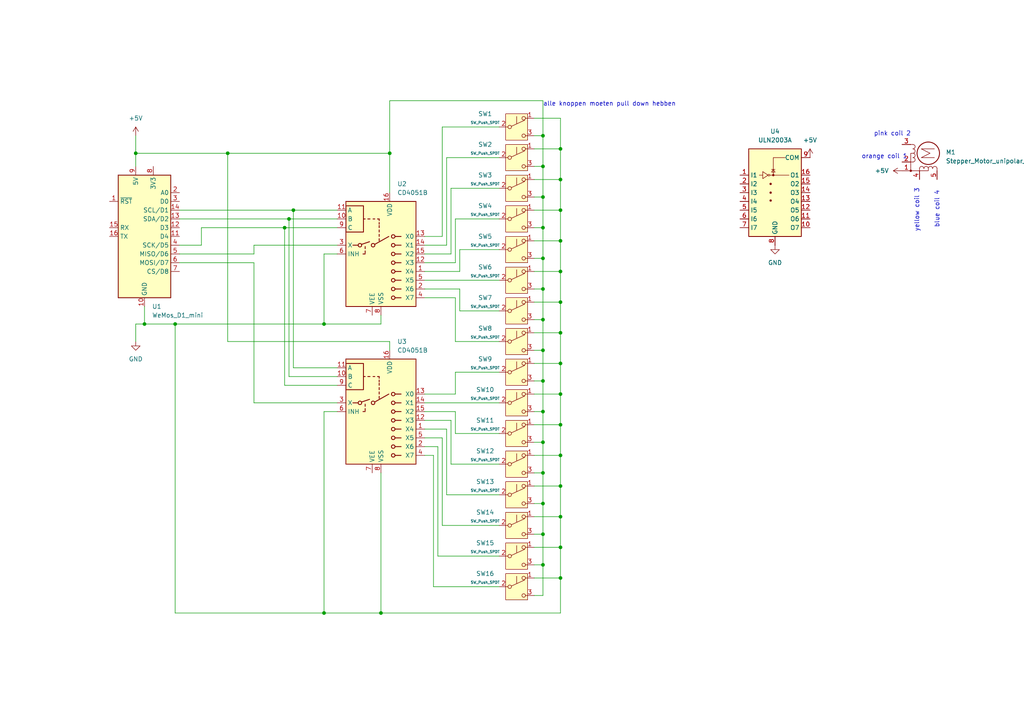
<source format=kicad_sch>
(kicad_sch (version 20231120) (generator "eeschema") (generator_version "8.0")
  (paper "A4")
  (lib_symbols
    (symbol "Analog_Switch:CD4051B"
      (property "Reference" "U" (at -10.16 16.51 0))
      (property "Value" "CD4051B" (at 3.81 16.51 0))
      (symbol "CD4051B_0_1"
        (rectangle (start -10.16 6.35) (end -5.08 13.97) (stroke (width 0.254)))
        (rectangle (start -10.16 15.24) (end 10.16 -15.24) (stroke (width 0.254)) (fill (type background)))
        (circle (center -6.096 2.54) (radius 0.508) (stroke (width 0.254)))
        (circle (center -2.286 2.54) (radius 0.508) (stroke (width 0.254)))
        (polyline (pts (xy -8.128 2.54) (xy -6.604 2.54)) (stroke (width 0.254)))
        (polyline (pts (xy -5.588 2.794) (xy -3.302 3.556)) (stroke (width 0.254)))
        (polyline (pts (xy -4.572 0) (xy -5.207 0)) (stroke (width 0.254)))
        (polyline (pts (xy -4.572 0.254) (xy -4.572 0.889)) (stroke (width 0.254)))
        (polyline (pts (xy -4.572 1.524) (xy -4.572 2.159)) (stroke (width 0.254)))
        (polyline (pts (xy -4.572 10.16) (xy -5.08 10.16)) (stroke (width 0.254)))
        (polyline (pts (xy -3.81 10.16) (xy -3.175 10.16)) (stroke (width 0.254)))
        (polyline (pts (xy -1.778 2.794) (xy 2.286 5.08)) (stroke (width 0.254)))
        (polyline (pts (xy -1.778 10.16) (xy -2.286 10.16)) (stroke (width 0.254)))
        (polyline (pts (xy -0.508 3.81) (xy -0.508 4.445)) (stroke (width 0.254)))
        (polyline (pts (xy -0.508 5.08) (xy -0.508 5.715)) (stroke (width 0.254)))
        (polyline (pts (xy -0.508 6.35) (xy -0.508 6.985)) (stroke (width 0.254)))
        (polyline (pts (xy -0.508 7.62) (xy -0.508 8.255)) (stroke (width 0.254)))
        (polyline (pts (xy -0.508 8.636) (xy -0.508 9.144)) (stroke (width 0.254)))
        (polyline (pts (xy -0.508 9.652) (xy -0.508 10.16)) (stroke (width 0.254)))
        (polyline (pts (xy -0.508 10.16) (xy -1.016 10.16)) (stroke (width 0.254)))
        (polyline (pts (xy 4.064 -12.7) (xy 5.842 -12.7)) (stroke (width 0.254)))
        (polyline (pts (xy 4.064 -10.16) (xy 5.842 -10.16)) (stroke (width 0.254)))
        (polyline (pts (xy 4.064 -7.62) (xy 5.842 -7.62)) (stroke (width 0.254)))
        (polyline (pts (xy 4.064 -5.08) (xy 5.842 -5.08)) (stroke (width 0.254)))
        (polyline (pts (xy 4.064 -2.54) (xy 5.842 -2.54)) (stroke (width 0.254)))
        (polyline (pts (xy 4.064 0) (xy 5.842 0)) (stroke (width 0.254)))
        (polyline (pts (xy 4.064 2.54) (xy 5.842 2.54)) (stroke (width 0.254)))
        (polyline (pts (xy 4.064 5.08) (xy 5.842 5.08)) (stroke (width 0.254)))
        (circle (center 3.556 -12.7) (radius 0.508) (stroke (width 0.254)))
        (circle (center 3.556 -10.16) (radius 0.508) (stroke (width 0.254)))
        (circle (center 3.556 -7.62) (radius 0.508) (stroke (width 0.254)))
        (circle (center 3.556 -5.08) (radius 0.508) (stroke (width 0.254)))
        (circle (center 3.556 -2.54) (radius 0.508) (stroke (width 0.254)))
        (circle (center 3.556 0) (radius 0.508) (stroke (width 0.254)))
        (circle (center 3.556 2.54) (radius 0.508) (stroke (width 0.254)))
        (circle (center 3.556 5.08) (radius 0.508) (stroke (width 0.254)))
      )
      (symbol "CD4051B_1_1"
        (pin bidirectional line (at 12.7 -5.08 180) (length 2.54) (name "X4") (number "1"))
        (pin input line (at -12.7 10.16 0) (length 2.54) (name "B") (number "10"))
        (pin input line (at -12.7 12.7 0) (length 2.54) (name "A") (number "11"))
        (pin bidirectional line (at 12.7 -2.54 180) (length 2.54) (name "X3") (number "12"))
        (pin bidirectional line (at 12.7 5.08 180) (length 2.54) (name "X0") (number "13"))
        (pin bidirectional line (at 12.7 2.54 180) (length 2.54) (name "X1") (number "14"))
        (pin bidirectional line (at 12.7 0 180) (length 2.54) (name "X2") (number "15"))
        (pin power_in line (at 2.54 17.78 270) (length 2.54) (name "VDD") (number "16"))
        (pin bidirectional line (at 12.7 -10.16 180) (length 2.54) (name "X6") (number "2"))
        (pin bidirectional line (at -12.7 2.54 0) (length 2.54) (name "X") (number "3"))
        (pin bidirectional line (at 12.7 -12.7 180) (length 2.54) (name "X7") (number "4"))
        (pin bidirectional line (at 12.7 -7.62 180) (length 2.54) (name "X5") (number "5"))
        (pin input line (at -12.7 0 0) (length 2.54) (name "INH") (number "6"))
        (pin power_in line (at -2.54 -17.78 90) (length 2.54) (name "VEE") (number "7"))
        (pin power_in line (at 0 -17.78 90) (length 2.54) (name "VSS") (number "8"))
        (pin input line (at -12.7 7.62 0) (length 2.54) (name "C") (number "9"))
      )
    )
    (symbol "MCU_Module:WeMos_D1_mini"
      (property "Reference" "U" (at 3.81 19.05 0))
      (property "Value" "WeMos_D1_mini" (at 1.27 -19.05 0))
      (symbol "WeMos_D1_mini_1_1"
        (rectangle (start -7.62 17.78) (end 7.62 -17.78) (stroke (width 0.254)) (fill (type background)))
        (pin input line (at -10.16 10.16 0) (length 2.54) (name "~{RST}") (number "1"))
        (pin power_in line (at 0 -20.32 90) (length 2.54) (name "GND") (number "10"))
        (pin bidirectional line (at 10.16 0 180) (length 2.54) (name "D4") (number "11"))
        (pin bidirectional line (at 10.16 2.54 180) (length 2.54) (name "D3") (number "12"))
        (pin bidirectional line (at 10.16 5.08 180) (length 2.54) (name "SDA/D2") (number "13"))
        (pin bidirectional line (at 10.16 7.62 180) (length 2.54) (name "SCL/D1") (number "14"))
        (pin input line (at -10.16 2.54 0) (length 2.54) (name "RX") (number "15"))
        (pin output line (at -10.16 0 0) (length 2.54) (name "TX") (number "16"))
        (pin input line (at 10.16 12.7 180) (length 2.54) (name "A0") (number "2"))
        (pin bidirectional line (at 10.16 10.16 180) (length 2.54) (name "D0") (number "3"))
        (pin bidirectional line (at 10.16 -2.54 180) (length 2.54) (name "SCK/D5") (number "4"))
        (pin bidirectional line (at 10.16 -5.08 180) (length 2.54) (name "MISO/D6") (number "5"))
        (pin bidirectional line (at 10.16 -7.62 180) (length 2.54) (name "MOSI/D7") (number "6"))
        (pin bidirectional line (at 10.16 -10.16 180) (length 2.54) (name "CS/D8") (number "7"))
        (pin power_out line (at 2.54 20.32 270) (length 2.54) (name "3V3") (number "8"))
        (pin power_in line (at -2.54 20.32 270) (length 2.54) (name "5V") (number "9"))
      )
    )
    (symbol "Motor:Stepper_Motor_unipolar_5pin" (pin_names (offset 0) hide)
      (property "Reference" "M" (at 3.81 2.54 0))
      (property "Value" "Stepper_Motor_unipolar_5pin" (at 3.81 1.27 0))
      (symbol "Stepper_Motor_unipolar_5pin_0_0"
        (polyline (pts (xy -1.27 -1.778) (xy -1.27 2.032) (xy 0 -0.508) (xy 1.27 2.032) (xy 1.27 -1.778)))
      )
      (symbol "Stepper_Motor_unipolar_5pin_0_1"
        (circle (center -5.08 5.08) (radius 0.0001) (fill (type outline)))
        (circle (center -5.08 5.08) (radius 0.254) (fill (type outline)))
        (arc (start -4.445 -2.54) (mid -3.8127 -1.905) (end -4.445 -1.27))
        (arc (start -4.445 -1.27) (mid -3.8127 -0.635) (end -4.445 0))
        (arc (start -4.445 0) (mid -3.8127 0.635) (end -4.445 1.27))
        (arc (start -4.445 1.27) (mid -3.8127 1.905) (end -4.445 2.54))
        (arc (start -2.54 4.445) (mid -1.905 3.8127) (end -1.27 4.445))
        (arc (start -1.27 4.445) (mid -0.635 3.8127) (end 0 4.445))
        (polyline (pts (xy -5.08 -2.54) (xy -4.445 -2.54)))
        (polyline (pts (xy -5.08 2.54) (xy -4.445 2.54)))
        (polyline (pts (xy -2.54 4.445) (xy -2.54 5.08)))
        (polyline (pts (xy 2.54 4.445) (xy 2.54 5.08)))
        (polyline (pts (xy -5.08 5.08) (xy -5.08 0) (xy -4.445 0)))
        (polyline (pts (xy 0 4.445) (xy 0 5.08) (xy -5.08 5.08)))
        (circle (center 0 0) (radius 3.2512) (stroke (width 0.254)))
        (arc (start 0 4.445) (mid 0.635 3.8127) (end 1.27 4.445))
        (arc (start 1.27 4.445) (mid 1.905 3.8127) (end 2.54 4.445))
      )
      (symbol "Stepper_Motor_unipolar_5pin_1_1"
        (pin passive line (at -5.08 7.62 270) (length 2.54) (name "~") (number "1"))
        (pin passive line (at -2.54 7.62 270) (length 2.54) (name "~") (number "2"))
        (pin passive line (at 2.54 7.62 270) (length 2.54) (name "-") (number "3"))
        (pin passive line (at -7.62 2.54 0) (length 2.54) (name "~") (number "4"))
        (pin passive line (at -7.62 -2.54 0) (length 2.54) (name "~") (number "5"))
      )
    )
    (symbol "Switch:SW_Push_SPDT" (pin_names (offset 0) hide)
      (property "Reference" "SW" (at 0 5.08 0))
      (property "Value" "SW_Push_SPDT" (at 0 -5.08 0))
      (symbol "SW_Push_SPDT_0_0"
        (circle (center -2.032 0) (radius 0.508))
        (polyline (pts (xy 0 1.016) (xy 0 3.048)))
        (circle (center 2.032 -2.54) (radius 0.508))
      )
      (symbol "SW_Push_SPDT_0_1"
        (polyline (pts (xy -1.524 0.2032) (xy 2.3368 1.9812)))
        (circle (center 2.032 2.54) (radius 0.508))
      )
      (symbol "SW_Push_SPDT_1_1"
        (rectangle (start -3.175 3.81) (end 3.175 -3.81) (fill (type background)))
        (pin passive line (at 5.08 2.54 180) (length 2.54) (name "A") (number "1"))
        (pin passive line (at -5.08 0 0) (length 2.54) (name "B") (number "2"))
        (pin passive line (at 5.08 -2.54 180) (length 2.54) (name "C") (number "3"))
      )
    )
    (symbol "Transistor_Array:ULN2003A"
      (property "Reference" "U" (at 0 15.875 0))
      (property "Value" "ULN2003A" (at 0 13.97 0))
      (symbol "ULN2003A_0_1"
        (rectangle (start -7.62 -12.7) (end 7.62 12.7) (stroke (width 0.254)) (fill (type background)))
        (circle (center -1.778 5.08) (radius 0.254))
        (circle (center -1.27 -2.286) (radius 0.254) (fill (type outline)))
        (circle (center -1.27 0) (radius 0.254) (fill (type outline)))
        (circle (center -1.27 2.54) (radius 0.254) (fill (type outline)))
        (circle (center -0.508 5.08) (radius 0.254) (fill (type outline)))
        (polyline (pts (xy -4.572 5.08) (xy -3.556 5.08)))
        (polyline (pts (xy -1.524 5.08) (xy 4.064 5.08)))
        (polyline (pts (xy 0 6.731) (xy -1.016 6.731)))
        (polyline (pts (xy -0.508 5.08) (xy -0.508 10.16) (xy 2.921 10.16)))
        (polyline (pts (xy -3.556 6.096) (xy -3.556 4.064) (xy -2.032 5.08) (xy -3.556 6.096)))
        (polyline (pts (xy 0 5.969) (xy -1.016 5.969) (xy -0.508 6.731) (xy 0 5.969)))
      )
      (symbol "ULN2003A_1_1"
        (pin input line (at -10.16 5.08 0) (length 2.54) (name "I1") (number "1"))
        (pin open_collector line (at 10.16 -10.16 180) (length 2.54) (name "O7") (number "10"))
        (pin open_collector line (at 10.16 -7.62 180) (length 2.54) (name "O6") (number "11"))
        (pin open_collector line (at 10.16 -5.08 180) (length 2.54) (name "O5") (number "12"))
        (pin open_collector line (at 10.16 -2.54 180) (length 2.54) (name "O4") (number "13"))
        (pin open_collector line (at 10.16 0 180) (length 2.54) (name "O3") (number "14"))
        (pin open_collector line (at 10.16 2.54 180) (length 2.54) (name "O2") (number "15"))
        (pin open_collector line (at 10.16 5.08 180) (length 2.54) (name "O1") (number "16"))
        (pin input line (at -10.16 2.54 0) (length 2.54) (name "I2") (number "2"))
        (pin input line (at -10.16 0 0) (length 2.54) (name "I3") (number "3"))
        (pin input line (at -10.16 -2.54 0) (length 2.54) (name "I4") (number "4"))
        (pin input line (at -10.16 -5.08 0) (length 2.54) (name "I5") (number "5"))
        (pin input line (at -10.16 -7.62 0) (length 2.54) (name "I6") (number "6"))
        (pin input line (at -10.16 -10.16 0) (length 2.54) (name "I7") (number "7"))
        (pin power_in line (at 0 -15.24 90) (length 2.54) (name "GND") (number "8"))
        (pin passive line (at 10.16 10.16 180) (length 2.54) (name "COM") (number "9"))
      )
    )
    (symbol "power:+5V" (power) (pin_numbers hide) (pin_names (offset 0) hide)
      (property "Value" "+5V" (at 0 3.556 0))
      (symbol "+5V_0_1"
        (polyline (pts (xy -0.762 1.27) (xy 0 2.54)))
        (polyline (pts (xy 0 0) (xy 0 2.54)))
        (polyline (pts (xy 0 2.54) (xy 0.762 1.27)))
      )
      (symbol "+5V_1_1"
        (pin power_in line (at 0 0 90) (length 0) (name "~") (number "1"))
      )
    )
    (symbol "power:GND" (power) (pin_numbers hide) (pin_names (offset 0) hide)
      (property "Value" "GND" (at 0 -3.81 0))
      (symbol "GND_0_1"
        (polyline (pts (xy 0 0) (xy 0 -1.27) (xy 1.27 -1.27) (xy 0 -2.54) (xy -1.27 -1.27) (xy 0 -1.27)))
      )
      (symbol "GND_1_1"
        (pin power_in line (at 0 0 270) (length 0) (name "~") (number "1"))
      )
    )
  )
  (junction (at 157.48 137.16))
  (junction (at 66.04 44.45))
  (junction (at 162.56 167.64))
  (junction (at 157.48 74.93))
  (junction (at 162.56 69.85))
  (junction (at 157.48 57.15))
  (junction (at 50.8 93.98))
  (junction (at 162.56 123.19))
  (junction (at 39.37 44.45))
  (junction (at 157.48 119.38))
  (junction (at 162.56 105.41))
  (junction (at 157.48 110.49))
  (junction (at 157.48 83.82))
  (junction (at 110.49 177.8))
  (junction (at 157.48 48.26))
  (junction (at 83.82 63.5))
  (junction (at 162.56 158.75))
  (junction (at 82.55 66.04))
  (junction (at 93.98 93.98))
  (junction (at 162.56 114.3))
  (junction (at 85.09 60.96))
  (junction (at 162.56 87.63))
  (junction (at 157.48 66.04))
  (junction (at 93.98 177.8))
  (junction (at 157.48 101.6))
  (junction (at 157.48 39.37))
  (junction (at 162.56 140.97))
  (junction (at 162.56 43.18))
  (junction (at 113.03 44.45))
  (junction (at 162.56 52.07))
  (junction (at 162.56 60.96))
  (junction (at 157.48 154.94))
  (junction (at 162.56 149.86))
  (junction (at 162.56 78.74))
  (junction (at 157.48 163.83))
  (junction (at 157.48 128.27))
  (junction (at 41.91 93.98))
  (junction (at 157.48 146.05))
  (junction (at 162.56 132.08))
  (junction (at 157.48 92.71))
  (junction (at 162.56 96.52))
  (wire (pts (xy 123.19 121.92) (xy 130.81 121.92)))
  (wire (pts (xy 162.56 78.74) (xy 162.56 87.63)))
  (wire (pts (xy 162.56 60.96) (xy 162.56 69.85)))
  (wire (pts (xy 123.19 78.74) (xy 133.35 78.74)))
  (wire (pts (xy 162.56 114.3) (xy 162.56 123.19)))
  (wire (pts (xy 157.48 39.37) (xy 157.48 48.26)))
  (wire (pts (xy 154.94 48.26) (xy 157.48 48.26)))
  (wire (pts (xy 154.94 34.29) (xy 162.56 34.29)))
  (wire (pts (xy 157.48 137.16) (xy 157.48 146.05)))
  (wire (pts (xy 128.27 36.83) (xy 144.78 36.83)))
  (wire (pts (xy 129.54 124.46) (xy 129.54 143.51)))
  (wire (pts (xy 129.54 71.12) (xy 129.54 45.72)))
  (wire (pts (xy 123.19 86.36) (xy 132.08 86.36)))
  (wire (pts (xy 154.94 87.63) (xy 162.56 87.63)))
  (wire (pts (xy 154.94 60.96) (xy 162.56 60.96)))
  (wire (pts (xy 41.91 93.98) (xy 50.8 93.98)))
  (wire (pts (xy 154.94 154.94) (xy 157.48 154.94)))
  (wire (pts (xy 157.48 29.21) (xy 157.48 39.37)))
  (wire (pts (xy 123.19 76.2) (xy 132.08 76.2)))
  (wire (pts (xy 157.48 119.38) (xy 157.48 128.27)))
  (wire (pts (xy 123.19 132.08) (xy 125.73 132.08)))
  (wire (pts (xy 154.94 172.72) (xy 157.48 172.72)))
  (wire (pts (xy 154.94 158.75) (xy 162.56 158.75)))
  (wire (pts (xy 130.81 54.61) (xy 144.78 54.61)))
  (wire (pts (xy 123.19 81.28) (xy 144.78 81.28)))
  (wire (pts (xy 154.94 114.3) (xy 162.56 114.3)))
  (wire (pts (xy 73.66 71.12) (xy 73.66 73.66)))
  (wire (pts (xy 50.8 93.98) (xy 93.98 93.98)))
  (wire (pts (xy 154.94 74.93) (xy 157.48 74.93)))
  (wire (pts (xy 144.78 143.51) (xy 129.54 143.51)))
  (wire (pts (xy 123.19 119.38) (xy 132.08 119.38)))
  (wire (pts (xy 132.08 63.5) (xy 144.78 63.5)))
  (wire (pts (xy 39.37 44.45) (xy 39.37 48.26)))
  (wire (pts (xy 123.19 127) (xy 128.27 127)))
  (wire (pts (xy 66.04 44.45) (xy 113.03 44.45)))
  (wire (pts (xy 162.56 69.85) (xy 162.56 78.74)))
  (wire (pts (xy 157.48 48.26) (xy 157.48 57.15)))
  (wire (pts (xy 157.48 66.04) (xy 157.48 74.93)))
  (wire (pts (xy 154.94 105.41) (xy 162.56 105.41)))
  (wire (pts (xy 93.98 119.38) (xy 93.98 177.8)))
  (wire (pts (xy 83.82 63.5) (xy 83.82 109.22)))
  (wire (pts (xy 157.48 57.15) (xy 157.48 66.04)))
  (wire (pts (xy 82.55 66.04) (xy 97.79 66.04)))
  (wire (pts (xy 130.81 134.62) (xy 144.78 134.62)))
  (wire (pts (xy 128.27 152.4) (xy 144.78 152.4)))
  (wire (pts (xy 113.03 29.21) (xy 157.48 29.21)))
  (wire (pts (xy 154.94 110.49) (xy 157.48 110.49)))
  (wire (pts (xy 97.79 73.66) (xy 93.98 73.66)))
  (wire (pts (xy 157.48 110.49) (xy 157.48 119.38)))
  (wire (pts (xy 162.56 34.29) (xy 162.56 43.18)))
  (wire (pts (xy 162.56 158.75) (xy 162.56 167.64)))
  (wire (pts (xy 154.94 167.64) (xy 162.56 167.64)))
  (wire (pts (xy 127 161.29) (xy 144.78 161.29)))
  (wire (pts (xy 39.37 39.37) (xy 39.37 44.45)))
  (wire (pts (xy 154.94 78.74) (xy 162.56 78.74)))
  (wire (pts (xy 52.07 71.12) (xy 58.42 71.12)))
  (wire (pts (xy 97.79 119.38) (xy 93.98 119.38)))
  (wire (pts (xy 123.19 114.3) (xy 132.08 114.3)))
  (wire (pts (xy 93.98 177.8) (xy 110.49 177.8)))
  (wire (pts (xy 154.94 137.16) (xy 157.48 137.16)))
  (wire (pts (xy 154.94 101.6) (xy 157.48 101.6)))
  (wire (pts (xy 85.09 60.96) (xy 85.09 106.68)))
  (wire (pts (xy 66.04 99.06) (xy 113.03 99.06)))
  (wire (pts (xy 52.07 63.5) (xy 83.82 63.5)))
  (wire (pts (xy 154.94 52.07) (xy 162.56 52.07)))
  (wire (pts (xy 123.19 116.84) (xy 144.78 116.84)))
  (wire (pts (xy 58.42 66.04) (xy 82.55 66.04)))
  (wire (pts (xy 157.48 39.37) (xy 154.94 39.37)))
  (wire (pts (xy 83.82 63.5) (xy 97.79 63.5)))
  (wire (pts (xy 154.94 69.85) (xy 162.56 69.85)))
  (wire (pts (xy 110.49 93.98) (xy 110.49 91.44)))
  (wire (pts (xy 154.94 57.15) (xy 157.48 57.15)))
  (wire (pts (xy 39.37 93.98) (xy 39.37 99.06)))
  (wire (pts (xy 157.48 146.05) (xy 157.48 154.94)))
  (wire (pts (xy 162.56 87.63) (xy 162.56 96.52)))
  (wire (pts (xy 130.81 121.92) (xy 130.81 134.62)))
  (wire (pts (xy 113.03 44.45) (xy 113.03 29.21)))
  (wire (pts (xy 73.66 76.2) (xy 73.66 116.84)))
  (wire (pts (xy 132.08 107.95) (xy 144.78 107.95)))
  (wire (pts (xy 132.08 119.38) (xy 132.08 125.73)))
  (wire (pts (xy 132.08 99.06) (xy 144.78 99.06)))
  (wire (pts (xy 123.19 129.54) (xy 127 129.54)))
  (wire (pts (xy 73.66 116.84) (xy 97.79 116.84)))
  (wire (pts (xy 157.48 74.93) (xy 157.48 83.82)))
  (wire (pts (xy 154.94 149.86) (xy 162.56 149.86)))
  (wire (pts (xy 41.91 88.9) (xy 41.91 93.98)))
  (wire (pts (xy 154.94 123.19) (xy 162.56 123.19)))
  (wire (pts (xy 132.08 76.2) (xy 132.08 63.5)))
  (wire (pts (xy 132.08 114.3) (xy 132.08 107.95)))
  (wire (pts (xy 133.35 83.82) (xy 133.35 90.17)))
  (wire (pts (xy 154.94 163.83) (xy 157.48 163.83)))
  (wire (pts (xy 125.73 170.18) (xy 144.78 170.18)))
  (wire (pts (xy 39.37 44.45) (xy 66.04 44.45)))
  (wire (pts (xy 97.79 109.22) (xy 83.82 109.22)))
  (wire (pts (xy 157.48 154.94) (xy 157.48 163.83)))
  (wire (pts (xy 132.08 86.36) (xy 132.08 99.06)))
  (wire (pts (xy 157.48 101.6) (xy 157.48 110.49)))
  (wire (pts (xy 157.48 83.82) (xy 157.48 92.71)))
  (wire (pts (xy 93.98 73.66) (xy 93.98 93.98)))
  (wire (pts (xy 154.94 43.18) (xy 162.56 43.18)))
  (wire (pts (xy 154.94 119.38) (xy 157.48 119.38)))
  (wire (pts (xy 162.56 96.52) (xy 162.56 105.41)))
  (wire (pts (xy 129.54 45.72) (xy 144.78 45.72)))
  (wire (pts (xy 52.07 76.2) (xy 73.66 76.2)))
  (wire (pts (xy 157.48 128.27) (xy 157.48 137.16)))
  (wire (pts (xy 162.56 140.97) (xy 162.56 149.86)))
  (wire (pts (xy 73.66 71.12) (xy 97.79 71.12)))
  (wire (pts (xy 162.56 52.07) (xy 162.56 60.96)))
  (wire (pts (xy 154.94 140.97) (xy 162.56 140.97)))
  (wire (pts (xy 123.19 124.46) (xy 129.54 124.46)))
  (wire (pts (xy 110.49 177.8) (xy 162.56 177.8)))
  (wire (pts (xy 154.94 96.52) (xy 162.56 96.52)))
  (wire (pts (xy 128.27 127) (xy 128.27 152.4)))
  (wire (pts (xy 154.94 128.27) (xy 157.48 128.27)))
  (wire (pts (xy 97.79 106.68) (xy 85.09 106.68)))
  (wire (pts (xy 66.04 44.45) (xy 66.04 99.06)))
  (wire (pts (xy 162.56 43.18) (xy 162.56 52.07)))
  (wire (pts (xy 50.8 93.98) (xy 50.8 177.8)))
  (wire (pts (xy 58.42 66.04) (xy 58.42 71.12)))
  (wire (pts (xy 162.56 123.19) (xy 162.56 132.08)))
  (wire (pts (xy 132.08 125.73) (xy 144.78 125.73)))
  (wire (pts (xy 97.79 111.76) (xy 82.55 111.76)))
  (wire (pts (xy 52.07 73.66) (xy 73.66 73.66)))
  (wire (pts (xy 133.35 78.74) (xy 133.35 72.39)))
  (wire (pts (xy 85.09 60.96) (xy 97.79 60.96)))
  (wire (pts (xy 52.07 60.96) (xy 85.09 60.96)))
  (wire (pts (xy 133.35 72.39) (xy 144.78 72.39)))
  (wire (pts (xy 130.81 73.66) (xy 130.81 54.61)))
  (wire (pts (xy 123.19 68.58) (xy 128.27 68.58)))
  (wire (pts (xy 123.19 71.12) (xy 129.54 71.12)))
  (wire (pts (xy 125.73 132.08) (xy 125.73 170.18)))
  (wire (pts (xy 157.48 92.71) (xy 157.48 101.6)))
  (wire (pts (xy 128.27 68.58) (xy 128.27 36.83)))
  (wire (pts (xy 110.49 137.16) (xy 110.49 177.8)))
  (wire (pts (xy 154.94 83.82) (xy 157.48 83.82)))
  (wire (pts (xy 50.8 177.8) (xy 93.98 177.8)))
  (wire (pts (xy 157.48 163.83) (xy 157.48 172.72)))
  (wire (pts (xy 154.94 146.05) (xy 157.48 146.05)))
  (wire (pts (xy 127 129.54) (xy 127 161.29)))
  (wire (pts (xy 154.94 92.71) (xy 157.48 92.71)))
  (wire (pts (xy 162.56 149.86) (xy 162.56 158.75)))
  (wire (pts (xy 154.94 66.04) (xy 157.48 66.04)))
  (wire (pts (xy 162.56 167.64) (xy 162.56 177.8)))
  (wire (pts (xy 154.94 132.08) (xy 162.56 132.08)))
  (wire (pts (xy 113.03 44.45) (xy 113.03 55.88)))
  (wire (pts (xy 133.35 90.17) (xy 144.78 90.17)))
  (wire (pts (xy 113.03 99.06) (xy 113.03 101.6)))
  (wire (pts (xy 123.19 83.82) (xy 133.35 83.82)))
  (wire (pts (xy 93.98 93.98) (xy 110.49 93.98)))
  (wire (pts (xy 162.56 105.41) (xy 162.56 114.3)))
  (wire (pts (xy 82.55 66.04) (xy 82.55 111.76)))
  (wire (pts (xy 162.56 132.08) (xy 162.56 140.97)))
  (wire (pts (xy 41.91 93.98) (xy 39.37 93.98)))
  (wire (pts (xy 123.19 73.66) (xy 130.81 73.66)))
  (text "alle knoppen moeten pull down hebben" (at 176.784 30.226 0) (effects (font (size 1.27 1.27))))
  (text "blue coil 4" (at 271.78 60.706 90) (effects (font (size 1.27 1.27))))
  (text "yellow coil 3" (at 265.938 60.96 90) (effects (font (size 1.27 1.27))))
  (text "pink coil 2" (at 258.826 38.862 0) (effects (font (size 1.27 1.27))))
  (text "orange coil 1" (at 256.54 45.466 0) (effects (font (size 1.27 1.27))))
  (symbol (lib_id "Switch:SW_Push_SPDT") (at 149.86 54.61 0) (unit 1)
    (property "Reference" "SW3" (at 140.716 50.8 0))
    (property "Value" "SW_Push_SPDT" (at 140.716 53.34 0) (effects (font (size 0.762 0.762))))
    (property "Description" "Momentary Switch, single pole double throw" (effects (hide yes)))
  )
  (symbol (lib_id "Analog_Switch:CD4051B") (at 110.49 119.38 0) (unit 1)
    (property "Reference" "U3" (at 115.2241 99.06 0) (effects (justify left)))
    (property "Value" "CD4051B" (at 115.2241 101.6 0) (effects (justify left)))
    (property "Datasheet" "http://www.ti.com/lit/ds/symlink/cd4052b.pdf" (effects (hide yes)))
    (property "Description" "CMOS single 8-channel analog multiplexer demultiplexer, TSSOP-16/DIP-16/SOIC-16" (effects (hide yes)))
  )
  (symbol (lib_id "Switch:SW_Push_SPDT") (at 149.86 170.18 0) (unit 1)
    (property "Reference" "SW16" (at 140.716 166.37 0))
    (property "Value" "SW_Push_SPDT" (at 140.716 168.91 0) (effects (font (size 0.762 0.762))))
    (property "Description" "Momentary Switch, single pole double throw" (effects (hide yes)))
  )
  (symbol (lib_id "power:+5V") (at 234.95 45.72 0) (unit 1)
    (property "Reference" "#PWR03" (effects (hide yes)))
    (property "Value" "+5V" (at 234.95 40.64 0))
    (property "Description" "Power symbol creates a global label with name \"+5V\"" (effects (hide yes)))
  )
  (symbol (lib_id "Switch:SW_Push_SPDT") (at 149.86 152.4 0) (unit 1)
    (property "Reference" "SW14" (at 140.716 148.59 0))
    (property "Value" "SW_Push_SPDT" (at 140.716 151.13 0) (effects (font (size 0.762 0.762))))
    (property "Description" "Momentary Switch, single pole double throw" (effects (hide yes)))
  )
  (symbol (lib_id "Switch:SW_Push_SPDT") (at 149.86 116.84 0) (unit 1)
    (property "Reference" "SW10" (at 140.716 113.03 0))
    (property "Value" "SW_Push_SPDT" (at 140.716 115.57 0) (effects (font (size 0.762 0.762))))
    (property "Description" "Momentary Switch, single pole double throw" (effects (hide yes)))
  )
  (symbol (lib_id "Switch:SW_Push_SPDT") (at 149.86 63.5 0) (unit 1)
    (property "Reference" "SW4" (at 140.716 59.69 0))
    (property "Value" "SW_Push_SPDT" (at 140.716 62.23 0) (effects (font (size 0.762 0.762))))
    (property "Description" "Momentary Switch, single pole double throw" (effects (hide yes)))
  )
  (symbol (lib_id "power:+5V") (at 261.62 49.53 90) (unit 1)
    (property "Reference" "#PWR05" (effects (hide yes)))
    (property "Value" "+5V" (at 257.81 49.5299 90) (effects (justify left)))
    (property "Description" "Power symbol creates a global label with name \"+5V\"" (effects (hide yes)))
  )
  (symbol (lib_id "power:GND") (at 224.79 71.12 0) (unit 1)
    (property "Reference" "#PWR04" (effects (hide yes)))
    (property "Value" "GND" (at 224.79 76.2 0))
    (property "Description" "Power symbol creates a global label with name \"GND\" , ground" (effects (hide yes)))
  )
  (symbol (lib_id "Switch:SW_Push_SPDT") (at 149.86 107.95 0) (unit 1)
    (property "Reference" "SW9" (at 140.716 104.14 0))
    (property "Value" "SW_Push_SPDT" (at 140.716 106.68 0) (effects (font (size 0.762 0.762))))
    (property "Description" "Momentary Switch, single pole double throw" (effects (hide yes)))
  )
  (symbol (lib_id "Motor:Stepper_Motor_unipolar_5pin") (at 269.24 44.45 90) (unit 1)
    (property "Reference" "M1" (at 274.32 44.1578 90) (effects (justify right)))
    (property "Value" "Stepper_Motor_unipolar_5pin" (at 274.32 46.6978 90) (effects (justify right)))
    (property "Datasheet" "http://www.infineon.com/dgdl/Application-Note-TLE8110EE_driving_UniPolarStepperMotor_V1.1.pdf?fileId=db3a30431be39b97011be5d0aa0a00b0" (effects (hide yes)))
    (property "Description" "5-wire unipolar stepper motor" (effects (hide yes)))
  )
  (symbol (lib_id "Switch:SW_Push_SPDT") (at 149.86 134.62 0) (unit 1)
    (property "Reference" "SW12" (at 140.716 130.81 0))
    (property "Value" "SW_Push_SPDT" (at 140.716 133.35 0) (effects (font (size 0.762 0.762))))
    (property "Description" "Momentary Switch, single pole double throw" (effects (hide yes)))
  )
  (symbol (lib_id "Transistor_Array:ULN2003A") (at 224.79 55.88 0) (unit 1)
    (property "Reference" "U4" (at 224.79 38.1 0))
    (property "Value" "ULN2003A" (at 224.79 40.64 0))
    (property "Datasheet" "http://www.ti.com/lit/ds/symlink/uln2003a.pdf" (effects (hide yes)))
    (property "Description" "High Voltage, High Current Darlington Transistor Arrays, SOIC16/SOIC16W/DIP16/TSSOP16" (effects (hide yes)))
  )
  (symbol (lib_id "Switch:SW_Push_SPDT") (at 149.86 90.17 0) (unit 1)
    (property "Reference" "SW7" (at 140.716 86.36 0))
    (property "Value" "SW_Push_SPDT" (at 140.716 88.9 0) (effects (font (size 0.762 0.762))))
    (property "Description" "Momentary Switch, single pole double throw" (effects (hide yes)))
  )
  (symbol (lib_id "Switch:SW_Push_SPDT") (at 149.86 45.72 0) (unit 1)
    (property "Reference" "SW2" (at 140.716 41.91 0))
    (property "Value" "SW_Push_SPDT" (at 140.716 44.45 0) (effects (font (size 0.762 0.762))))
    (property "Description" "Momentary Switch, single pole double throw" (effects (hide yes)))
  )
  (symbol (lib_id "Switch:SW_Push_SPDT") (at 149.86 72.39 0) (unit 1)
    (property "Reference" "SW5" (at 140.716 68.58 0))
    (property "Value" "SW_Push_SPDT" (at 140.716 71.12 0) (effects (font (size 0.762 0.762))))
    (property "Description" "Momentary Switch, single pole double throw" (effects (hide yes)))
  )
  (symbol (lib_id "Switch:SW_Push_SPDT") (at 149.86 99.06 0) (unit 1)
    (property "Reference" "SW8" (at 140.716 95.25 0))
    (property "Value" "SW_Push_SPDT" (at 140.716 97.79 0) (effects (font (size 0.762 0.762))))
    (property "Description" "Momentary Switch, single pole double throw" (effects (hide yes)))
  )
  (symbol (lib_id "Switch:SW_Push_SPDT") (at 149.86 125.73 0) (unit 1)
    (property "Reference" "SW11" (at 140.716 121.92 0))
    (property "Value" "SW_Push_SPDT" (at 140.716 124.46 0) (effects (font (size 0.762 0.762))))
    (property "Description" "Momentary Switch, single pole double throw" (effects (hide yes)))
  )
  (symbol (lib_id "Switch:SW_Push_SPDT") (at 149.86 161.29 0) (unit 1)
    (property "Reference" "SW15" (at 140.716 157.48 0))
    (property "Value" "SW_Push_SPDT" (at 140.716 160.02 0) (effects (font (size 0.762 0.762))))
    (property "Description" "Momentary Switch, single pole double throw" (effects (hide yes)))
  )
  (symbol (lib_id "power:+5V") (at 39.37 39.37 0) (unit 1)
    (property "Reference" "#PWR01" (effects (hide yes)))
    (property "Value" "+5V" (at 39.37 34.29 0))
    (property "Description" "Power symbol creates a global label with name \"+5V\"" (effects (hide yes)))
  )
  (symbol (lib_id "Switch:SW_Push_SPDT") (at 149.86 36.83 0) (unit 1)
    (property "Reference" "SW1" (at 140.716 33.02 0))
    (property "Value" "SW_Push_SPDT" (at 140.716 35.56 0) (effects (font (size 0.762 0.762))))
    (property "Description" "Momentary Switch, single pole double throw" (effects (hide yes)))
  )
  (symbol (lib_id "MCU_Module:WeMos_D1_mini") (at 41.91 68.58 0) (unit 1)
    (property "Reference" "U1" (at 44.1041 88.9 0) (effects (justify left)))
    (property "Value" "WeMos_D1_mini" (at 44.1041 91.44 0) (effects (justify left)))
    (property "Footprint" "Module:WEMOS_D1_mini_light" (effects (hide yes)))
    (property "Datasheet" "https://wiki.wemos.cc/products:d1:d1_mini#documentation" (effects (hide yes)))
    (property "Description" "32-bit microcontroller module with WiFi" (effects (hide yes)))
  )
  (symbol (lib_id "Switch:SW_Push_SPDT") (at 149.86 81.28 0) (unit 1)
    (property "Reference" "SW6" (at 140.716 77.47 0))
    (property "Value" "SW_Push_SPDT" (at 140.716 80.01 0) (effects (font (size 0.762 0.762))))
    (property "Description" "Momentary Switch, single pole double throw" (effects (hide yes)))
  )
  (symbol (lib_id "power:GND") (at 39.37 99.06 0) (unit 1)
    (property "Reference" "#PWR02" (effects (hide yes)))
    (property "Value" "GND" (at 39.37 104.14 0))
    (property "Description" "Power symbol creates a global label with name \"GND\" , ground" (effects (hide yes)))
  )
  (symbol (lib_id "Analog_Switch:CD4051B") (at 110.49 73.66 0) (unit 1)
    (property "Reference" "U2" (at 115.2241 53.34 0) (effects (justify left)))
    (property "Value" "CD4051B" (at 115.2241 55.88 0) (effects (justify left)))
    (property "Datasheet" "http://www.ti.com/lit/ds/symlink/cd4052b.pdf" (effects (hide yes)))
    (property "Description" "CMOS single 8-channel analog multiplexer demultiplexer, TSSOP-16/DIP-16/SOIC-16" (effects (hide yes)))
  )
  (symbol (lib_id "Switch:SW_Push_SPDT") (at 149.86 143.51 0) (unit 1)
    (property "Reference" "SW13" (at 140.716 139.7 0))
    (property "Value" "SW_Push_SPDT" (at 140.716 142.24 0) (effects (font (size 0.762 0.762))))
    (property "Description" "Momentary Switch, single pole double throw" (effects (hide yes)))
  )
)
</source>
